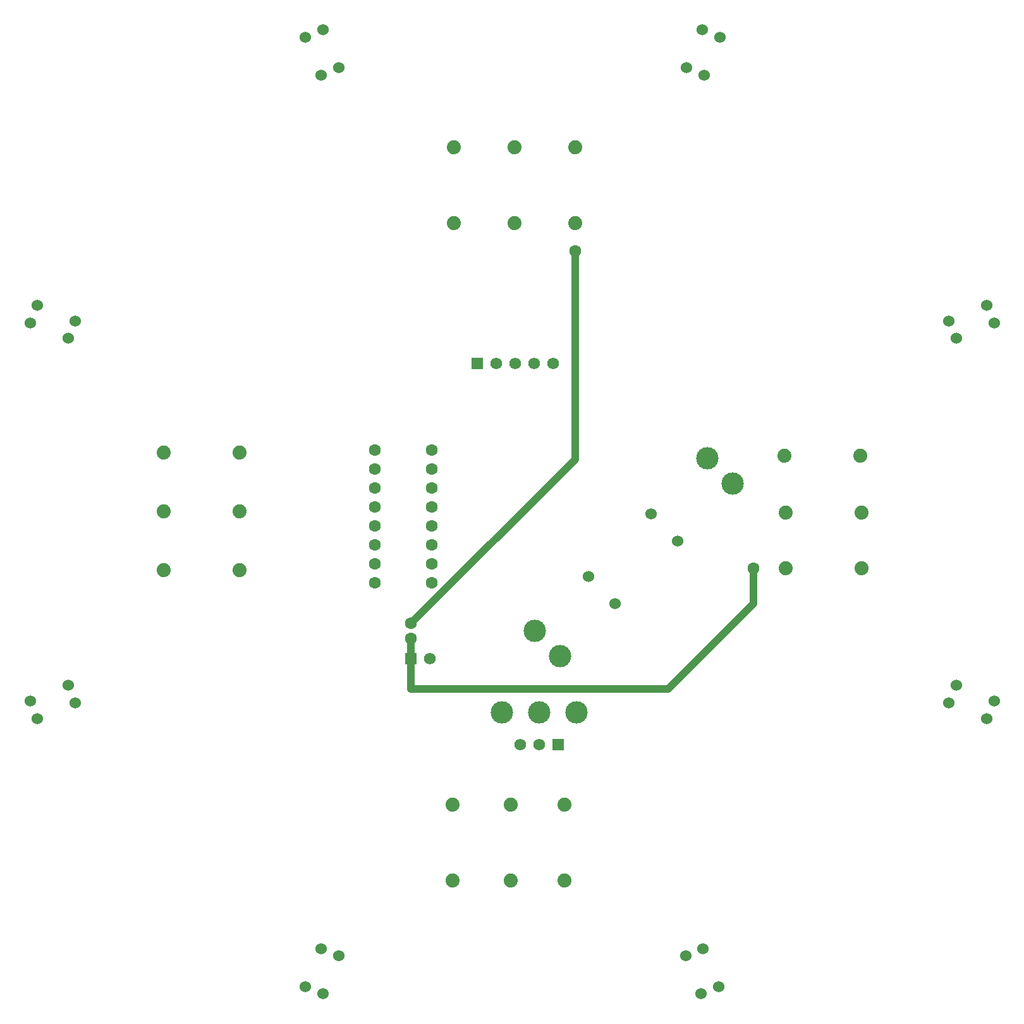
<source format=gbl>
G04 Layer: BottomLayer*
G04 EasyEDA v6.5.39, 2025-03-02 11:35:30*
G04 2ef312028e1c4a72bddf737b2bd369bb,953214928e7c43af8b9c7e5a0e4489c6,10*
G04 Gerber Generator version 0.2*
G04 Scale: 100 percent, Rotated: No, Reflected: No *
G04 Dimensions in millimeters *
G04 leading zeros omitted , absolute positions ,4 integer and 5 decimal *
%FSLAX45Y45*%
%MOMM*%

%ADD10C,1.0000*%
%ADD11R,1.5748X1.5748*%
%ADD12C,1.5748*%
%ADD13C,1.8796*%
%ADD14C,1.5240*%
%ADD15C,1.6000*%
%ADD16C,3.0000*%

%LPD*%
D10*
X6248400Y5626100D02*
G01*
X6248400Y4953000D01*
X9690100Y4953000D01*
X10833100Y6096000D01*
X10833100Y6565900D01*
X6248400Y5829300D02*
G01*
X8445500Y8026400D01*
X8445500Y10820400D01*
D11*
G01*
X6248400Y5360720D03*
D12*
G01*
X6502400Y5360720D03*
G01*
X8153400Y9309100D03*
G01*
X7899400Y9309100D03*
G01*
X7645400Y9309100D03*
G01*
X7391400Y9309100D03*
D11*
G01*
X7137400Y9309100D03*
D13*
G01*
X3949700Y7327900D03*
G01*
X2933700Y7327900D03*
G01*
X8445500Y12204700D03*
G01*
X8445500Y11188700D03*
G01*
X12268200Y8077200D03*
G01*
X11252200Y8077200D03*
G01*
X12280900Y6565900D03*
G01*
X11264900Y6565900D03*
G01*
X8305800Y2387600D03*
G01*
X8305800Y3403600D03*
G01*
X6807200Y2387600D03*
G01*
X6807200Y3403600D03*
G01*
X2933700Y6540500D03*
G01*
X3949700Y6540500D03*
G01*
X2933700Y8115300D03*
G01*
X3949700Y8115300D03*
G01*
X6819900Y12204700D03*
G01*
X6819900Y11188700D03*
D14*
G01*
X1242339Y4552619D03*
G01*
X1145133Y4787290D03*
G01*
X1750466Y4763109D03*
G01*
X1653260Y4997780D03*
G01*
X13959560Y10090480D03*
G01*
X14056766Y9855809D03*
G01*
X13451433Y9879990D03*
G01*
X13548639Y9645319D03*
G01*
X10147909Y13777366D03*
G01*
X10382580Y13680160D03*
G01*
X9937419Y13269239D03*
G01*
X10172090Y13172033D03*
D15*
G01*
X6527800Y6375400D03*
G01*
X6527800Y6629400D03*
G01*
X6527800Y6883400D03*
G01*
X6527800Y7137400D03*
G01*
X6527800Y7391400D03*
G01*
X6527800Y7645400D03*
G01*
X6527800Y7899400D03*
G01*
X6527800Y8153400D03*
G01*
X5765800Y8153400D03*
G01*
X5765800Y7899400D03*
G01*
X5765800Y7645400D03*
G01*
X5765800Y7391400D03*
G01*
X5765800Y7137400D03*
G01*
X5765800Y6883400D03*
G01*
X5765800Y6629400D03*
G01*
X5765800Y6375400D03*
D14*
G01*
X4832019Y13680160D03*
G01*
X5066690Y13777366D03*
G01*
X5042509Y13172033D03*
G01*
X5277180Y13269239D03*
G01*
X1145133Y9855809D03*
G01*
X1242339Y10090480D03*
G01*
X1653260Y9645319D03*
G01*
X1750466Y9879990D03*
G01*
X5066690Y865733D03*
G01*
X4832019Y962913D03*
G01*
X5277180Y1373860D03*
G01*
X5042509Y1471066D03*
G01*
X10369880Y962939D03*
G01*
X10135209Y865733D03*
G01*
X10159390Y1471066D03*
G01*
X9924719Y1373860D03*
G01*
X14056766Y4787290D03*
G01*
X13959560Y4552619D03*
G01*
X13548639Y4997780D03*
G01*
X13451433Y4763109D03*
D13*
G01*
X7581900Y3403600D03*
G01*
X7581900Y2387600D03*
G01*
X11264900Y7315200D03*
G01*
X12280900Y7315200D03*
G01*
X7632700Y11188700D03*
G01*
X7632700Y12204700D03*
D11*
G01*
X8221599Y4201185D03*
D12*
G01*
X7967599Y4201185D03*
G01*
X7713599Y4201185D03*
D14*
G01*
X8980705Y6094194D03*
G01*
X8621494Y6453405D03*
G01*
X9818905Y6932394D03*
G01*
X9459694Y7291605D03*
D16*
G01*
X8246899Y5392900D03*
G01*
X7907500Y5732299D03*
G01*
X10218900Y8043699D03*
G01*
X10558299Y7704300D03*
D15*
G01*
X8445500Y10820400D03*
G01*
X6248400Y5626100D03*
G01*
X6248400Y5829300D03*
G01*
X10833100Y6565900D03*
D16*
G01*
X8467597Y4635500D03*
G01*
X7967599Y4635500D03*
G01*
X7467600Y4635500D03*
M02*

</source>
